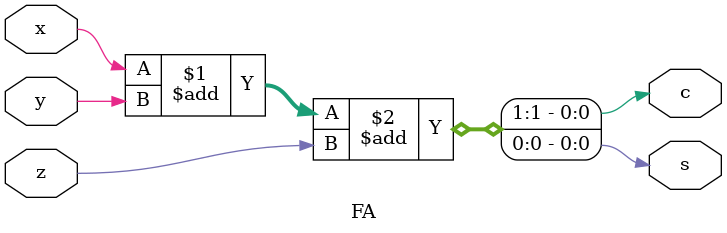
<source format=v>
module FA (
    input x,
    input y,
    input z,

    output s,
    output c
);

assign {c,s} = x + y + z;
    
endmodule
</source>
